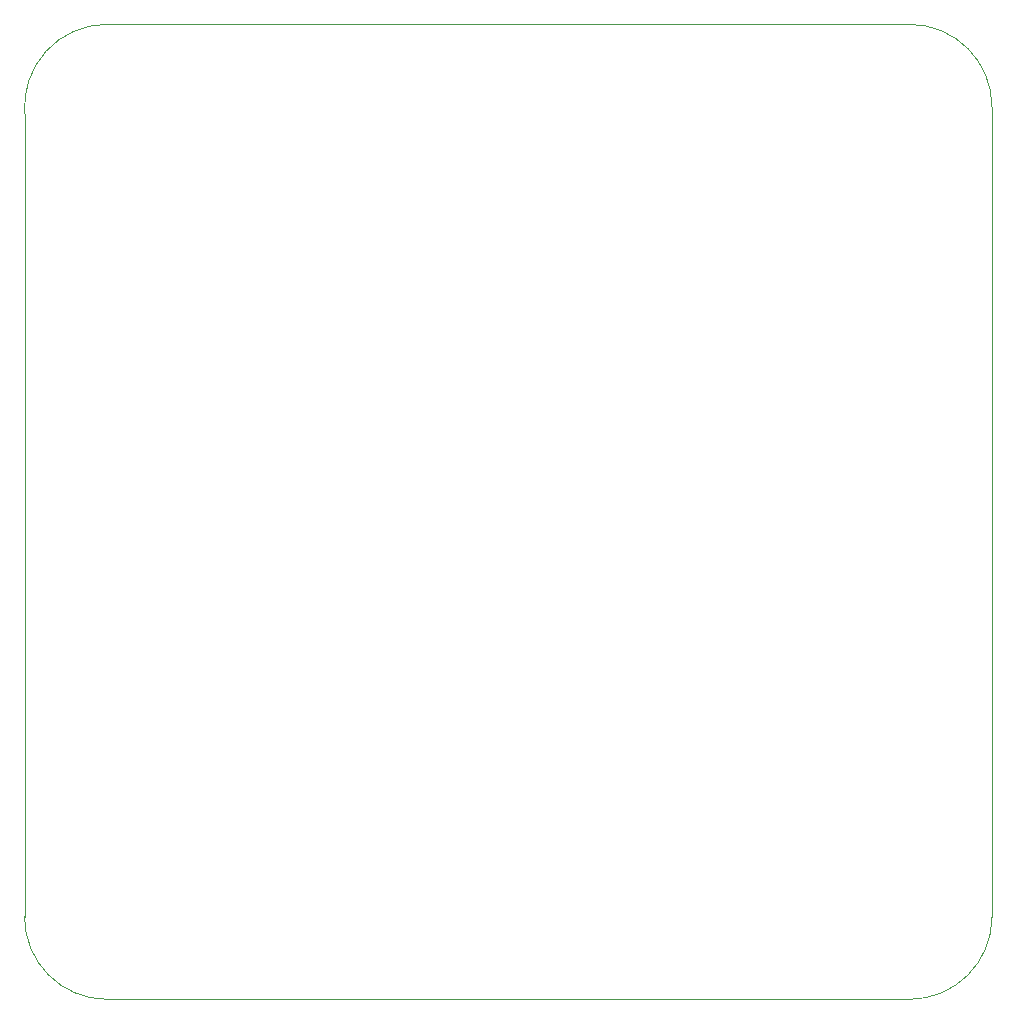
<source format=gbr>
%TF.GenerationSoftware,KiCad,Pcbnew,5.1.10-88a1d61d58~88~ubuntu20.04.1*%
%TF.CreationDate,2021-07-08T16:26:14-06:00*%
%TF.ProjectId,ring_light_controller,72696e67-5f6c-4696-9768-745f636f6e74,1*%
%TF.SameCoordinates,Original*%
%TF.FileFunction,Profile,NP*%
%FSLAX46Y46*%
G04 Gerber Fmt 4.6, Leading zero omitted, Abs format (unit mm)*
G04 Created by KiCad (PCBNEW 5.1.10-88a1d61d58~88~ubuntu20.04.1) date 2021-07-08 16:26:14*
%MOMM*%
%LPD*%
G01*
G04 APERTURE LIST*
%TA.AperFunction,Profile*%
%ADD10C,0.050000*%
%TD*%
G04 APERTURE END LIST*
D10*
X106045000Y-141605000D02*
G75*
G02*
X99060000Y-134620000I0J6985000D01*
G01*
X99088686Y-66672392D02*
G75*
G02*
X106045000Y-59055000I6956314J632392D01*
G01*
X173990000Y-59055000D02*
G75*
G02*
X180975000Y-66040000I0J-6985000D01*
G01*
X180975000Y-134620000D02*
G75*
G02*
X173990000Y-141605000I-6985000J0D01*
G01*
X99060000Y-134620000D02*
X99088686Y-66672392D01*
X173990000Y-141605000D02*
X106045000Y-141605000D01*
X180975000Y-66040000D02*
X180975000Y-134620000D01*
X106045000Y-59055000D02*
X173990000Y-59055000D01*
M02*

</source>
